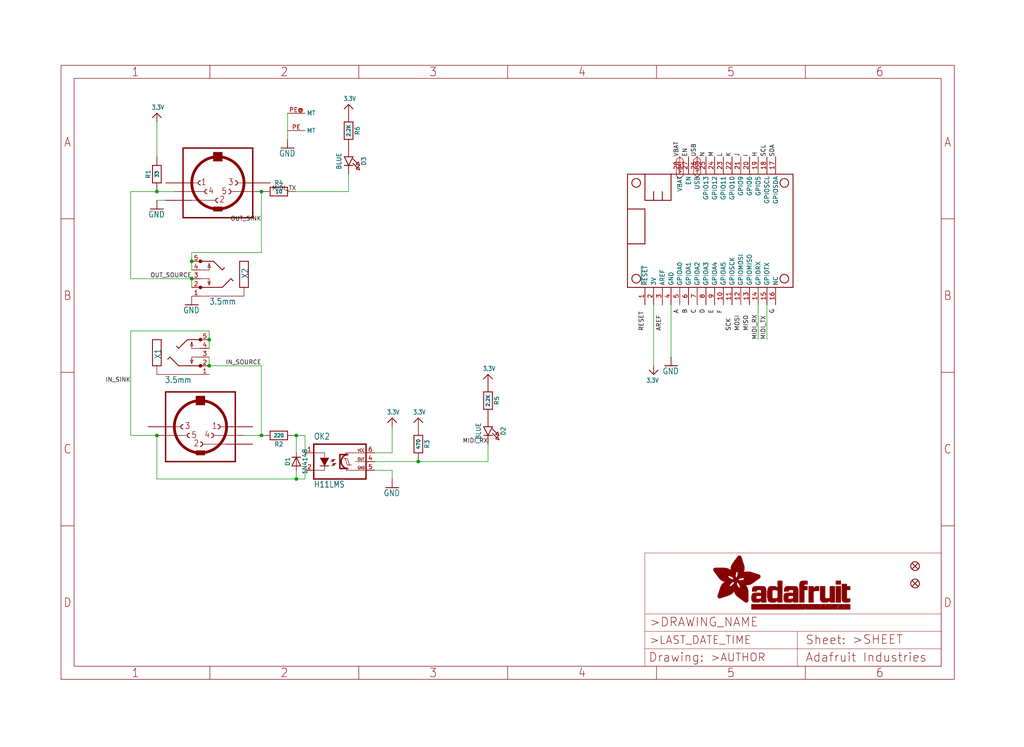
<source format=kicad_sch>
(kicad_sch (version 20211123) (generator eeschema)
  (paper "User" 298.45 217.881)
  (lib_symbols
    (symbol "eagleSchem-eagle-import:3.3V" (power)
      (property "Value" "3.3V" (at -1.524 1.016 0))
      (symbol "3.3V_1_0"
        (pin power_in line (at 0 -2.54 90) (length 2.54) (name "3.3V") (number "1"))
      )
    )
    (symbol "eagleSchem-eagle-import:AUDIO_STEREOJACK"
      (property "Reference" "X" (at -7.62 3.81 0))
      (property "Value" "AUDIO_STEREOJACK" (at -7.62 -10.16 0))
      (symbol "AUDIO_STEREOJACK_1_0"
        (pin passive line (at -12.7 -7.62 0) (length 2.54) (name "1") (number "1"))
        (pin passive line (at -12.7 -5.08 0) (length 2.54) (name "2") (number "2"))
        (pin passive line (at -12.7 -2.54 0) (length 2.54) (name "3") (number "3"))
        (pin passive line (at -12.7 0 0) (length 2.54) (name "4") (number "4"))
        (pin passive line (at -12.7 2.54 0) (length 2.54) (name "5") (number "5"))
      )
    )
    (symbol "eagleSchem-eagle-import:DIN_5"
      (symbol "DIN_5_1_0"
        (text "1" (at 3.302 -0.762 0) (effects (font (size 1.778 1.5113)) (justify left bottom)))
        (text "2" (at -2.032 -5.842 0) (effects (font (size 1.778 1.5113)) (justify left bottom)))
        (text "3" (at -4.572 -0.762 0) (effects (font (size 1.778 1.5113)) (justify left bottom)))
        (text "4" (at 1.143 -3.302 0) (effects (font (size 1.778 1.5113)) (justify left bottom)))
        (text "5" (at -2.667 -3.429 0) (effects (font (size 1.778 1.5113)) (justify left bottom)))
        (pin passive line (at 15.24 0 180) (length 7.62) (name "1") (number "1"))
        (pin passive line (at 15.24 -5.08 180) (length 7.62) (name "2") (number "2"))
        (pin passive line (at -15.24 0 0) (length 7.62) (name "3") (number "3"))
        (pin passive line (at 12.7 -2.54 180) (length 7.62) (name "4") (number "4"))
        (pin passive line (at -12.7 -2.54 0) (length 7.62) (name "5") (number "5"))
      )
      (symbol "DIN_5_2_0"
        (pin passive line (at 0 0 0) (length 5.08) (name "MT") (number "PE"))
      )
      (symbol "DIN_5_3_0"
        (pin passive line (at 0 0 0) (length 5.08) (name "MT") (number "PE@"))
      )
      (symbol "DIN_5_4_0"
        (pin passive line (at 0 0 0) (length 5.08) (name "MT") (number "PE1"))
      )
      (symbol "DIN_5_5_0"
        (pin passive line (at 0 0 0) (length 5.08) (name "MT") (number "PE2"))
      )
    )
    (symbol "eagleSchem-eagle-import:DIODESOD-323"
      (property "Reference" "D" (at 0 2.54 0))
      (property "Value" "DIODESOD-323" (at 0 -2.5 0))
      (symbol "DIODESOD-323_1_0"
        (pin passive line (at -2.54 0 0) (length 2.54) (name "A") (number "A"))
        (pin passive line (at 2.54 0 180) (length 2.54) (name "C") (number "C"))
      )
    )
    (symbol "eagleSchem-eagle-import:FEATHERWING_NODIM"
      (symbol "FEATHERWING_NODIM_1_0"
        (pin input line (at 5.08 -5.08 90) (length 5.08) (name "~{RESET}") (number "1"))
        (pin bidirectional line (at 27.94 -5.08 90) (length 5.08) (name "GPIOA5") (number "10"))
        (pin bidirectional line (at 30.48 -5.08 90) (length 5.08) (name "GPIOSCK") (number "11"))
        (pin bidirectional line (at 33.02 -5.08 90) (length 5.08) (name "GPIOMOSI") (number "12"))
        (pin bidirectional line (at 35.56 -5.08 90) (length 5.08) (name "GPIOMISO") (number "13"))
        (pin bidirectional line (at 38.1 -5.08 90) (length 5.08) (name "GPIORX") (number "14"))
        (pin bidirectional line (at 40.64 -5.08 90) (length 5.08) (name "GPIOTX") (number "15"))
        (pin passive line (at 43.18 -5.08 90) (length 5.08) (name "NC") (number "16"))
        (pin bidirectional line (at 43.18 38.1 270) (length 5.08) (name "GPIOSDA") (number "17"))
        (pin bidirectional line (at 40.64 38.1 270) (length 5.08) (name "GPIOSCL") (number "18"))
        (pin bidirectional line (at 38.1 38.1 270) (length 5.08) (name "GPIO5") (number "19"))
        (pin power_in line (at 7.62 -5.08 90) (length 5.08) (name "3V") (number "2"))
        (pin bidirectional line (at 35.56 38.1 270) (length 5.08) (name "GPIO6") (number "20"))
        (pin bidirectional line (at 33.02 38.1 270) (length 5.08) (name "GPIO9") (number "21"))
        (pin bidirectional line (at 30.48 38.1 270) (length 5.08) (name "GPIO10") (number "22"))
        (pin bidirectional line (at 27.94 38.1 270) (length 5.08) (name "GPIO11") (number "23"))
        (pin bidirectional line (at 25.4 38.1 270) (length 5.08) (name "GPIO12") (number "24"))
        (pin bidirectional line (at 22.86 38.1 270) (length 5.08) (name "GPIO13") (number "25"))
        (pin power_in line (at 20.32 38.1 270) (length 5.08) (name "USB") (number "26"))
        (pin passive line (at 17.78 38.1 270) (length 5.08) (name "EN") (number "27"))
        (pin power_in line (at 15.24 38.1 270) (length 5.08) (name "VBAT") (number "28"))
        (pin passive line (at 10.16 -5.08 90) (length 5.08) (name "AREF") (number "3"))
        (pin power_in line (at 12.7 -5.08 90) (length 5.08) (name "GND") (number "4"))
        (pin bidirectional line (at 15.24 -5.08 90) (length 5.08) (name "GPIOA0") (number "5"))
        (pin bidirectional line (at 17.78 -5.08 90) (length 5.08) (name "GPIOA1") (number "6"))
        (pin bidirectional line (at 20.32 -5.08 90) (length 5.08) (name "GPIOA2") (number "7"))
        (pin bidirectional line (at 22.86 -5.08 90) (length 5.08) (name "GPIOA3") (number "8"))
        (pin bidirectional line (at 25.4 -5.08 90) (length 5.08) (name "GPIOA4") (number "9"))
      )
    )
    (symbol "eagleSchem-eagle-import:FIDUCIAL_1MM")
    (symbol "eagleSchem-eagle-import:FRAME_A4_ADAFRUIT"
      (symbol "FRAME_A4_ADAFRUIT_0_0"
        (text "1" (at 21.6958 1.905 0) (effects (font (size 2.54 2.286))))
        (text "1" (at 21.6958 177.165 0) (effects (font (size 2.54 2.286))))
        (text "2" (at 65.0875 1.905 0) (effects (font (size 2.54 2.286))))
        (text "2" (at 65.0875 177.165 0) (effects (font (size 2.54 2.286))))
        (text "3" (at 108.4792 1.905 0) (effects (font (size 2.54 2.286))))
        (text "3" (at 108.4792 177.165 0) (effects (font (size 2.54 2.286))))
        (text "4" (at 151.8708 1.905 0) (effects (font (size 2.54 2.286))))
        (text "4" (at 151.8708 177.165 0) (effects (font (size 2.54 2.286))))
        (text "5" (at 195.2625 1.905 0) (effects (font (size 2.54 2.286))))
        (text "5" (at 195.2625 177.165 0) (effects (font (size 2.54 2.286))))
        (text "6" (at 238.6542 1.905 0) (effects (font (size 2.54 2.286))))
        (text "6" (at 238.6542 177.165 0) (effects (font (size 2.54 2.286))))
        (text "A" (at 1.905 156.6863 0) (effects (font (size 2.54 2.286))))
        (text "A" (at 258.445 156.6863 0) (effects (font (size 2.54 2.286))))
        (text "B" (at 1.905 111.9188 0) (effects (font (size 2.54 2.286))))
        (text "B" (at 258.445 111.9188 0) (effects (font (size 2.54 2.286))))
        (text "C" (at 1.905 67.1513 0) (effects (font (size 2.54 2.286))))
        (text "C" (at 258.445 67.1513 0) (effects (font (size 2.54 2.286))))
        (text "D" (at 1.905 22.3838 0) (effects (font (size 2.54 2.286))))
        (text "D" (at 258.445 22.3838 0) (effects (font (size 2.54 2.286))))
      )
      (symbol "FRAME_A4_ADAFRUIT_1_0"
        (text ">AUTHOR" (at 189.23 5.08 0) (effects (font (size 2.286 2.286)) (justify left bottom)))
        (text ">DRAWING_NAME" (at 171.45 15.24 0) (effects (font (size 2.54 2.54)) (justify left bottom)))
        (text ">LAST_DATE_TIME" (at 171.45 10.16 0) (effects (font (size 2.286 2.286)) (justify left bottom)))
        (text ">SHEET" (at 230.505 10.16 0) (effects (font (size 2.54 2.54)) (justify left bottom)))
        (text "Adafruit Industries" (at 216.916 4.953 0) (effects (font (size 2.54 2.54)) (justify left bottom)))
        (text "Drawing:" (at 171.196 4.953 0) (effects (font (size 2.54 2.54)) (justify left bottom)))
        (text "Sheet:" (at 216.916 10.033 0) (effects (font (size 2.54 2.54)) (justify left bottom)))
      )
    )
    (symbol "eagleSchem-eagle-import:GND" (power)
      (property "Value" "GND" (at -2.54 -2.54 0))
      (symbol "GND_1_0"
        (pin power_in line (at 0 2.54 270) (length 2.54) (name "GND") (number "1"))
      )
    )
    (symbol "eagleSchem-eagle-import:H11LMS"
      (property "Reference" "OK" (at -7.62 6.35 0))
      (property "Value" "H11LMS" (at -7.62 -7.62 0))
      (symbol "H11LMS_1_0"
        (text "GND" (at 5.08 -2.286 0) (effects (font (size 0.8128 0.6908)) (justify left bottom)))
        (text "OUT" (at 5.08 0.254 0) (effects (font (size 0.8128 0.6908)) (justify left bottom)))
        (text "VCC" (at 5.08 2.794 0) (effects (font (size 0.8128 0.6908)) (justify left bottom)))
        (pin passive line (at -10.16 2.54 0) (length 2.54) (name "A") (number "1"))
        (pin passive line (at -10.16 -2.54 0) (length 2.54) (name "C") (number "2"))
        (pin output line (at 10.16 0 180) (length 2.54) (name "OUT") (number "4"))
        (pin power_in line (at 10.16 -2.54 180) (length 2.54) (name "GND") (number "5"))
        (pin power_in line (at 10.16 2.54 180) (length 2.54) (name "VCC") (number "6"))
      )
    )
    (symbol "eagleSchem-eagle-import:LED0603"
      (property "Reference" "D" (at -1.27 4.445 0))
      (property "Value" "LED0603" (at -1.27 -2.794 0))
      (symbol "LED0603_1_0"
        (pin passive line (at -5.08 0 0) (length 2.54) (name "A") (number "A"))
        (pin passive line (at 2.54 0 180) (length 2.54) (name "C") (number "C"))
      )
    )
    (symbol "eagleSchem-eagle-import:RESISTOR_0603_NOOUT"
      (property "Reference" "R" (at 0 2.54 0))
      (property "Value" "RESISTOR_0603_NOOUT" (at 0 0 0))
      (symbol "RESISTOR_0603_NOOUT_1_0"
        (pin passive line (at -5.08 0 0) (length 2.54) (name "1") (number "1"))
        (pin passive line (at 5.08 0 180) (length 2.54) (name "2") (number "2"))
      )
    )
  )
  (junction (at 60.96 106.68))
  (junction (at 86.36 139.7))
  (junction (at 45.72 55.88))
  (junction (at 60.96 99.06))
  (junction (at 76.2 55.88))
  (junction (at 55.88 76.2))
  (junction (at 121.92 134.62))
  (junction (at 55.88 81.28))
  (junction (at 76.2 127))
  (junction (at 86.36 127))
  (junction (at 45.72 127))
  (wire (pts (xy 38.1 81.28) (xy 38.1 55.88)))
  (wire (pts (xy 60.96 104.14) (xy 60.96 106.68)))
  (wire (pts (xy 88.9 137.16) (xy 88.9 139.7)))
  (wire (pts (xy 45.72 127) (xy 38.1 127)))
  (wire (pts (xy 76.2 106.68) (xy 76.2 127)))
  (wire (pts (xy 220.98 99.06) (xy 220.98 88.9)))
  (wire (pts (xy 101.6 55.88) (xy 101.6 50.8)))
  (wire (pts (xy 45.72 139.7) (xy 86.36 139.7)))
  (wire (pts (xy 109.22 137.16) (xy 114.3 137.16)))
  (wire (pts (xy 55.88 76.2) (xy 55.88 73.66)))
  (wire (pts (xy 109.22 132.08) (xy 114.3 132.08)))
  (wire (pts (xy 195.58 104.14) (xy 195.58 88.9)))
  (wire (pts (xy 76.2 73.66) (xy 76.2 55.88)))
  (wire (pts (xy 38.1 127) (xy 38.1 96.52)))
  (wire (pts (xy 142.24 134.62) (xy 142.24 129.54)))
  (wire (pts (xy 55.88 78.74) (xy 55.88 76.2)))
  (wire (pts (xy 190.5 106.68) (xy 190.5 88.9)))
  (wire (pts (xy 88.9 132.08) (xy 88.9 127)))
  (wire (pts (xy 86.36 139.7) (xy 88.9 139.7)))
  (wire (pts (xy 114.3 124.46) (xy 114.3 132.08)))
  (wire (pts (xy 86.36 127) (xy 88.9 127)))
  (wire (pts (xy 48.26 58.42) (xy 45.72 58.42)))
  (wire (pts (xy 114.3 137.16) (xy 114.3 139.7)))
  (wire (pts (xy 60.96 96.52) (xy 38.1 96.52)))
  (wire (pts (xy 121.92 134.62) (xy 142.24 134.62)))
  (wire (pts (xy 45.72 127) (xy 45.72 139.7)))
  (wire (pts (xy 55.88 81.28) (xy 38.1 81.28)))
  (wire (pts (xy 86.36 55.88) (xy 101.6 55.88)))
  (wire (pts (xy 38.1 55.88) (xy 45.72 55.88)))
  (wire (pts (xy 45.72 35.56) (xy 45.72 45.72)))
  (wire (pts (xy 60.96 99.06) (xy 60.96 96.52)))
  (wire (pts (xy 86.36 137.16) (xy 86.36 139.7)))
  (wire (pts (xy 83.82 33.02) (xy 83.82 40.64)))
  (wire (pts (xy 86.36 132.08) (xy 86.36 127)))
  (wire (pts (xy 71.12 127) (xy 76.2 127)))
  (wire (pts (xy 55.88 81.28) (xy 55.88 83.82)))
  (wire (pts (xy 223.52 88.9) (xy 223.52 99.06)))
  (wire (pts (xy 55.88 73.66) (xy 76.2 73.66)))
  (wire (pts (xy 60.96 101.6) (xy 60.96 99.06)))
  (wire (pts (xy 60.96 106.68) (xy 76.2 106.68)))
  (wire (pts (xy 109.22 134.62) (xy 121.92 134.62)))
  (wire (pts (xy 45.72 55.88) (xy 50.8 55.88)))
  (label "E" (at 208.28 91.44 90) (effects (font (size 1.2446 1.2446))))
  (label "SCK" (at 213.36 96.52 90) (effects (font (size 1.2446 1.2446))))
  (label "MISO" (at 218.44 96.52 90) (effects (font (size 1.2446 1.2446))))
  (label "A" (at 198.12 91.44 90) (effects (font (size 1.2446 1.2446))))
  (label "AREF" (at 193.04 96.52 90) (effects (font (size 1.2446 1.2446))))
  (label "F" (at 210.82 91.44 90) (effects (font (size 1.2446 1.2446))))
  (label "MIDI_TX" (at 86.36 55.88 180) (effects (font (size 1.2446 1.2446))))
  (label "IN_SOURCE" (at 76.2 106.68 180) (effects (font (size 1.2446 1.2446))))
  (label "G" (at 226.06 91.44 90) (effects (font (size 1.2446 1.2446))))
  (label "OUT_SINK" (at 76.2 64.77 180) (effects (font (size 1.2446 1.2446))))
  (label "J" (at 215.9 45.72 90) (effects (font (size 1.2446 1.2446))))
  (label "IN_SINK" (at 38.1 111.76 180) (effects (font (size 1.2446 1.2446))))
  (label "K" (at 213.36 45.72 90) (effects (font (size 1.2446 1.2446))))
  (label "SCL" (at 223.52 45.72 90) (effects (font (size 1.2446 1.2446))))
  (label "EN" (at 200.66 45.72 90) (effects (font (size 1.2446 1.2446))))
  (label "H" (at 220.98 45.72 90) (effects (font (size 1.2446 1.2446))))
  (label "MOSI" (at 215.9 96.52 90) (effects (font (size 1.2446 1.2446))))
  (label "L" (at 210.82 45.72 90) (effects (font (size 1.2446 1.2446))))
  (label "I" (at 218.44 45.72 90) (effects (font (size 1.2446 1.2446))))
  (label "USB" (at 203.2 45.72 90) (effects (font (size 1.2446 1.2446))))
  (label "N" (at 205.74 45.72 90) (effects (font (size 1.2446 1.2446))))
  (label "MIDI_TX" (at 223.52 99.06 90) (effects (font (size 1.2446 1.2446))))
  (label "M" (at 208.28 45.72 90) (effects (font (size 1.2446 1.2446))))
  (label "MIDI_RX" (at 220.98 99.06 90) (effects (font (size 1.2446 1.2446))))
  (label "B" (at 200.66 91.44 90) (effects (font (size 1.2446 1.2446))))
  (label "C" (at 203.2 91.44 90) (effects (font (size 1.2446 1.2446))))
  (label "D" (at 205.74 91.44 90) (effects (font (size 1.2446 1.2446))))
  (label "SDA" (at 226.06 45.72 90) (effects (font (size 1.2446 1.2446))))
  (label "OUT_SOURCE" (at 55.88 81.28 180) (effects (font (size 1.2446 1.2446))))
  (label "RESET" (at 187.96 96.52 90) (effects (font (size 1.2446 1.2446))))
  (label "MIDI_RX" (at 142.24 129.54 180) (effects (font (size 1.2446 1.2446))))
  (label "VBAT" (at 198.12 45.72 90) (effects (font (size 1.2446 1.2446))))
  (global_label "USB" (shape bidirectional) (at 203.2 45.72 270) (effects (font (size 1.016 1.016))) (property "Intersheet References" "${INTERSHEET_REFS}" (effects hide)))
  (global_label "VBAT" (shape bidirectional) (at 198.12 45.72 270) (effects (font (size 1.016 1.016))) (property "Intersheet References" "${INTERSHEET_REFS}" (effects hide)))
  (symbol (lib_id "eagleSchem-eagle-import:RESISTOR_0603_NOOUT") (at 142.24 116.84 270) (unit 1)
    (property "Reference" "R5" (at 144.78 116.84 0))
    (property "Value" "2.2K" (at 142.24 116.84 0) (effects (font (size 1.016 1.016) bold)))
    (property "Footprint" "eagleSchem:0603-NO" (effects hide))
  )
  (symbol (lib_id "eagleSchem-eagle-import:GND") (at 195.58 106.68 0) (unit 1)
    (property "Reference" "#GND6" (effects hide))
    (property "Value" "GND" (at 193.04 109.22 0) (effects (font (size 1.778 1.5113)) (justify left bottom)))
    (property "Footprint" "eagleSchem:" (effects hide))
  )
  (symbol (lib_id "eagleSchem-eagle-import:DIN_5") (at 58.42 124.46 0) (unit 1)
    (property "Reference" "MIDIIN0" (effects hide))
    (property "Value" "DIN_5" (effects hide))
    (property "Footprint" "eagleSchem:CP-2350" (effects hide))
  )
  (symbol (lib_id "eagleSchem-eagle-import:FIDUCIAL_1MM") (at 266.7 165.1 0) (unit 1)
    (property "Reference" "FID2" (effects hide))
    (property "Value" "FIDUCIAL_1MM" (effects hide))
    (property "Footprint" "eagleSchem:FIDUCIAL_1MM" (effects hide))
  )
  (symbol (lib_id "eagleSchem-eagle-import:3.3V") (at 114.3 121.92 0) (unit 1)
    (property "Reference" "#U$4" (effects hide))
    (property "Value" "3.3V" (at 112.776 120.904 0) (effects (font (size 1.27 1.0795)) (justify left bottom)))
    (property "Footprint" "eagleSchem:" (effects hide))
  )
  (symbol (lib_id "eagleSchem-eagle-import:3.3V") (at 190.5 109.22 180) (unit 1)
    (property "Reference" "#U$3" (effects hide))
    (property "Value" "3.3V" (at 192.024 110.236 0) (effects (font (size 1.27 1.0795)) (justify left bottom)))
    (property "Footprint" "eagleSchem:" (effects hide))
  )
  (symbol (lib_id "eagleSchem-eagle-import:3.3V") (at 45.72 33.02 0) (unit 1)
    (property "Reference" "#U$2" (effects hide))
    (property "Value" "3.3V" (at 44.196 32.004 0) (effects (font (size 1.27 1.0795)) (justify left bottom)))
    (property "Footprint" "eagleSchem:" (effects hide))
  )
  (symbol (lib_id "eagleSchem-eagle-import:LED0603") (at 101.6 48.26 270) (unit 1)
    (property "Reference" "D3" (at 106.045 46.99 0))
    (property "Value" "BLUE" (at 98.806 46.99 0))
    (property "Footprint" "eagleSchem:CHIPLED_0603" (effects hide))
  )
  (symbol (lib_id "eagleSchem-eagle-import:FRAME_A4_ADAFRUIT") (at 17.78 198.12 0) (unit 1)
    (property "Reference" "#U$1" (effects hide))
    (property "Value" "FRAME_A4_ADAFRUIT" (effects hide))
    (property "Footprint" "eagleSchem:" (effects hide))
  )
  (symbol (lib_id "eagleSchem-eagle-import:RESISTOR_0603_NOOUT") (at 121.92 129.54 270) (unit 1)
    (property "Reference" "R3" (at 124.46 129.54 0))
    (property "Value" "470" (at 121.92 129.54 0) (effects (font (size 1.016 1.016) bold)))
    (property "Footprint" "eagleSchem:0603-NO" (effects hide))
  )
  (symbol (lib_id "eagleSchem-eagle-import:DIODESOD-323") (at 86.36 134.62 90) (unit 1)
    (property "Reference" "D1" (at 83.82 134.62 0))
    (property "Value" "1N4148" (at 88.86 134.62 0))
    (property "Footprint" "eagleSchem:SOD-323" (effects hide))
  )
  (symbol (lib_id "eagleSchem-eagle-import:GND") (at 114.3 142.24 0) (unit 1)
    (property "Reference" "#GND14" (effects hide))
    (property "Value" "GND" (at 111.76 144.78 0) (effects (font (size 1.778 1.5113)) (justify left bottom)))
    (property "Footprint" "eagleSchem:" (effects hide))
  )
  (symbol (lib_id "eagleSchem-eagle-import:3.3V") (at 101.6 30.48 0) (unit 1)
    (property "Reference" "#U$7" (effects hide))
    (property "Value" "3.3V" (at 100.076 29.464 0) (effects (font (size 1.27 1.0795)) (justify left bottom)))
    (property "Footprint" "eagleSchem:" (effects hide))
  )
  (symbol (lib_id "eagleSchem-eagle-import:RESISTOR_0603_NOOUT") (at 101.6 38.1 270) (unit 1)
    (property "Reference" "R6" (at 104.14 38.1 0))
    (property "Value" "2.2K" (at 101.6 38.1 0) (effects (font (size 1.016 1.016) bold)))
    (property "Footprint" "eagleSchem:0603-NO" (effects hide))
  )
  (symbol (lib_id "eagleSchem-eagle-import:RESISTOR_0603_NOOUT") (at 81.28 127 180) (unit 1)
    (property "Reference" "R2" (at 81.28 129.54 0))
    (property "Value" "220" (at 81.28 127 0) (effects (font (size 1.016 1.016) bold)))
    (property "Footprint" "eagleSchem:0603-NO" (effects hide))
  )
  (symbol (lib_id "eagleSchem-eagle-import:DIN_5") (at 83.82 38.1 0) (unit 2)
    (property "Reference" "MIDIOUT0" (effects hide))
    (property "Value" "DIN_5" (effects hide))
    (property "Footprint" "eagleSchem:CP-2350" (effects hide))
  )
  (symbol (lib_id "eagleSchem-eagle-import:GND") (at 45.72 60.96 0) (unit 1)
    (property "Reference" "#GND9" (effects hide))
    (property "Value" "GND" (at 43.18 63.5 0) (effects (font (size 1.778 1.5113)) (justify left bottom)))
    (property "Footprint" "eagleSchem:" (effects hide))
  )
  (symbol (lib_id "eagleSchem-eagle-import:3.3V") (at 121.92 121.92 0) (unit 1)
    (property "Reference" "#U$5" (effects hide))
    (property "Value" "3.3V" (at 120.396 120.904 0) (effects (font (size 1.27 1.0795)) (justify left bottom)))
    (property "Footprint" "eagleSchem:" (effects hide))
  )
  (symbol (lib_id "eagleSchem-eagle-import:AUDIO_STEREOJACK") (at 48.26 101.6 0) (mirror y) (unit 1)
    (property "Reference" "X1" (at 46.99 101.6 90) (effects (font (size 1.778 1.5113)) (justify right top)))
    (property "Value" "3.5mm" (at 55.88 111.76 0) (effects (font (size 1.778 1.5113)) (justify left bottom)))
    (property "Footprint" "eagleSchem:STX3100" (effects hide))
  )
  (symbol (lib_id "eagleSchem-eagle-import:LED0603") (at 142.24 127 270) (unit 1)
    (property "Reference" "D2" (at 146.685 125.73 0))
    (property "Value" "BLUE" (at 139.446 125.73 0))
    (property "Footprint" "eagleSchem:CHIPLED_0603" (effects hide))
  )
  (symbol (lib_id "eagleSchem-eagle-import:FEATHERWING_NODIM") (at 182.88 83.82 0) (unit 1)
    (property "Reference" "MS1" (effects hide))
    (property "Value" "FEATHERWING_NODIM" (effects hide))
    (property "Footprint" "eagleSchem:FEATHERWING_NODIM" (effects hide))
  )
  (symbol (lib_id "eagleSchem-eagle-import:3.3V") (at 142.24 109.22 0) (unit 1)
    (property "Reference" "#U$6" (effects hide))
    (property "Value" "3.3V" (at 140.716 108.204 0) (effects (font (size 1.27 1.0795)) (justify left bottom)))
    (property "Footprint" "eagleSchem:" (effects hide))
  )
  (symbol (lib_id "eagleSchem-eagle-import:GND") (at 55.88 88.9 0) (unit 1)
    (property "Reference" "#GND1" (effects hide))
    (property "Value" "GND" (at 53.34 91.44 0) (effects (font (size 1.778 1.5113)) (justify left bottom)))
    (property "Footprint" "eagleSchem:" (effects hide))
  )
  (symbol (lib_id "eagleSchem-eagle-import:RESISTOR_0603_NOOUT") (at 45.72 50.8 90) (unit 1)
    (property "Reference" "R1" (at 43.18 50.8 0))
    (property "Value" "33" (at 45.72 50.8 0) (effects (font (size 1.016 1.016) bold)))
    (property "Footprint" "eagleSchem:0603-NO" (effects hide))
  )
  (symbol (lib_id "eagleSchem-eagle-import:RESISTOR_0603_NOOUT") (at 81.28 55.88 0) (unit 1)
    (property "Reference" "R4" (at 81.28 53.34 0))
    (property "Value" "10" (at 81.28 55.88 0) (effects (font (size 1.016 1.016) bold)))
    (property "Footprint" "eagleSchem:0603-NO" (effects hide))
  )
  (symbol (lib_id "eagleSchem-eagle-import:DIN_5") (at 63.5 53.34 0) (mirror y) (unit 1)
    (property "Reference" "MIDIOUT0" (effects hide))
    (property "Value" "DIN_5" (effects hide))
    (property "Footprint" "eagleSchem:CP-2350" (effects hide))
  )
  (symbol (lib_id "eagleSchem-eagle-import:H11LMS") (at 99.06 134.62 0) (unit 1)
    (property "Reference" "OK2" (at 91.44 128.27 0) (effects (font (size 1.778 1.5113)) (justify left bottom)))
    (property "Value" "H11LMS" (at 91.44 142.24 0) (effects (font (size 1.778 1.5113)) (justify left bottom)))
    (property "Footprint" "eagleSchem:DIL6-SMD" (effects hide))
  )
  (symbol (lib_id "eagleSchem-eagle-import:DIN_5") (at 83.82 33.02 0) (unit 3)
    (property "Reference" "MIDIOUT0" (effects hide))
    (property "Value" "DIN_5" (effects hide))
    (property "Footprint" "eagleSchem:CP-2350" (effects hide))
  )
  (symbol (lib_id "eagleSchem-eagle-import:FIDUCIAL_1MM") (at 266.7 170.18 0) (unit 1)
    (property "Reference" "FID1" (effects hide))
    (property "Value" "FIDUCIAL_1MM" (effects hide))
    (property "Footprint" "eagleSchem:FIDUCIAL_1MM" (effects hide))
  )
  (symbol (lib_id "eagleSchem-eagle-import:AUDIO_STEREOJACK") (at 68.58 78.74 0) (unit 1)
    (property "Reference" "X2" (at 72.39 81.28 90) (effects (font (size 1.778 1.5113)) (justify left bottom)))
    (property "Value" "3.5mm" (at 60.96 88.9 0) (effects (font (size 1.778 1.5113)) (justify left bottom)))
    (property "Footprint" "eagleSchem:STX3100" (effects hide))
  )
  (symbol (lib_id "eagleSchem-eagle-import:GND") (at 83.82 43.18 0) (unit 1)
    (property "Reference" "#GND16" (effects hide))
    (property "Value" "GND" (at 81.28 45.72 0) (effects (font (size 1.778 1.5113)) (justify left bottom)))
    (property "Footprint" "eagleSchem:" (effects hide))
  )
)
</source>
